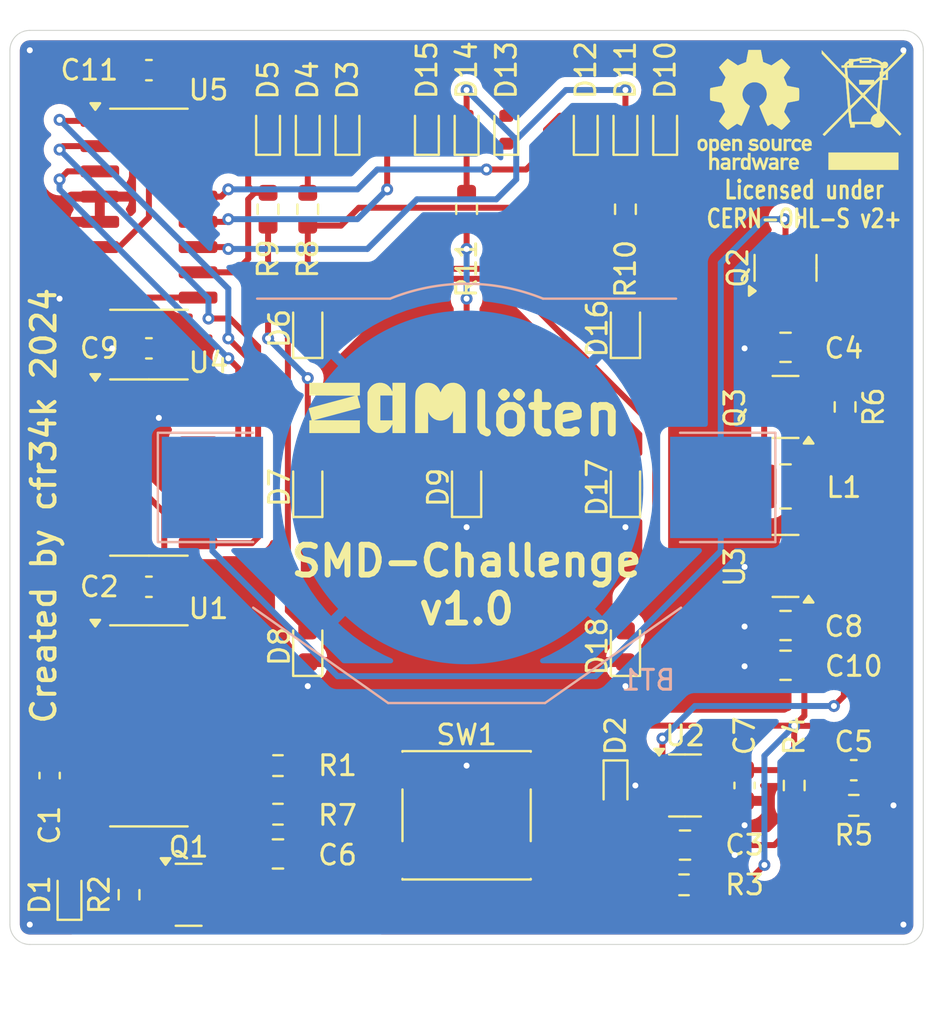
<source format=kicad_pcb>
(kicad_pcb
	(version 20240108)
	(generator "pcbnew")
	(generator_version "8.0")
	(general
		(thickness 1.6)
		(legacy_teardrops no)
	)
	(paper "A4")
	(layers
		(0 "F.Cu" signal)
		(31 "B.Cu" signal)
		(32 "B.Adhes" user "B.Adhesive")
		(33 "F.Adhes" user "F.Adhesive")
		(34 "B.Paste" user)
		(35 "F.Paste" user)
		(36 "B.SilkS" user "B.Silkscreen")
		(37 "F.SilkS" user "F.Silkscreen")
		(38 "B.Mask" user)
		(39 "F.Mask" user)
		(40 "Dwgs.User" user "User.Drawings")
		(41 "Cmts.User" user "User.Comments")
		(42 "Eco1.User" user "User.Eco1")
		(43 "Eco2.User" user "User.Eco2")
		(44 "Edge.Cuts" user)
		(45 "Margin" user)
		(46 "B.CrtYd" user "B.Courtyard")
		(47 "F.CrtYd" user "F.Courtyard")
		(48 "B.Fab" user)
		(49 "F.Fab" user)
		(50 "User.1" user)
		(51 "User.2" user)
		(52 "User.3" user)
		(53 "User.4" user)
		(54 "User.5" user)
		(55 "User.6" user)
		(56 "User.7" user)
		(57 "User.8" user)
		(58 "User.9" user)
	)
	(setup
		(pad_to_mask_clearance 0)
		(allow_soldermask_bridges_in_footprints no)
		(pcbplotparams
			(layerselection 0x00010fc_ffffffff)
			(plot_on_all_layers_selection 0x0000000_00000000)
			(disableapertmacros no)
			(usegerberextensions no)
			(usegerberattributes yes)
			(usegerberadvancedattributes yes)
			(creategerberjobfile yes)
			(dashed_line_dash_ratio 12.000000)
			(dashed_line_gap_ratio 3.000000)
			(svgprecision 4)
			(plotframeref no)
			(viasonmask no)
			(mode 1)
			(useauxorigin no)
			(hpglpennumber 1)
			(hpglpenspeed 20)
			(hpglpendiameter 15.000000)
			(pdf_front_fp_property_popups yes)
			(pdf_back_fp_property_popups yes)
			(dxfpolygonmode yes)
			(dxfimperialunits yes)
			(dxfusepcbnewfont yes)
			(psnegative no)
			(psa4output no)
			(plotreference yes)
			(plotvalue yes)
			(plotfptext yes)
			(plotinvisibletext no)
			(sketchpadsonfab no)
			(subtractmaskfromsilk no)
			(outputformat 1)
			(mirror no)
			(drillshape 1)
			(scaleselection 1)
			(outputdirectory "")
		)
	)
	(net 0 "")
	(net 1 "+BATT")
	(net 2 "GND")
	(net 3 "Net-(U1-C2)")
	(net 4 "Net-(U1-C1)")
	(net 5 "VCC")
	(net 6 "Net-(D2-A)")
	(net 7 "Net-(Q2-S)")
	(net 8 "Net-(U2--)")
	(net 9 "/VCO_IN")
	(net 10 "Net-(D1-A)")
	(net 11 "/PWR_EN")
	(net 12 "Net-(D3-K)")
	(net 13 "/C4")
	(net 14 "/C5")
	(net 15 "/C6")
	(net 16 "Net-(D18-A)")
	(net 17 "/LED_A")
	(net 18 "Net-(D17-A)")
	(net 19 "/LED_C")
	(net 20 "Net-(D16-K)")
	(net 21 "/LED_D")
	(net 22 "Net-(D10-K)")
	(net 23 "/C3")
	(net 24 "/C2")
	(net 25 "Net-(D13-K)")
	(net 26 "/C1")
	(net 27 "/LED_B")
	(net 28 "Net-(U3-SW)")
	(net 29 "Net-(Q3-D)")
	(net 30 "Net-(U1-R1)")
	(net 31 "unconnected-(U1-ZOUT-Pad15)")
	(net 32 "unconnected-(U1-PC2-Pad13)")
	(net 33 "unconnected-(U1-PCP-Pad1)")
	(net 34 "unconnected-(U1-R2-Pad12)")
	(net 35 "unconnected-(U1-PC1-Pad2)")
	(net 36 "/CLOCK")
	(net 37 "unconnected-(U1-SFout-Pad10)")
	(net 38 "/CR")
	(net 39 "unconnected-(U4-Q0-Pad12)")
	(net 40 "Net-(U4-Q2)")
	(net 41 "Net-(U4-Q3)")
	(net 42 "Net-(U4-Q1)")
	(net 43 "unconnected-(U5-Y7-Pad7)")
	(footprint "Resistor_SMD:R_0603_1608Metric" (layer "F.Cu") (at 87.5 94))
	(footprint "Diode_SMD:D_SOD-523" (layer "F.Cu") (at 58 60 90))
	(footprint "Diode_SMD:D_SOD-523" (layer "F.Cu") (at 76 60 90))
	(footprint "Package_TO_SOT_SMD:SOT-23" (layer "F.Cu") (at 84.0625 73.95 180))
	(footprint "Resistor_SMD:R_0603_1608Metric" (layer "F.Cu") (at 76 64 -90))
	(footprint "Package_TO_SOT_SMD:SOT-23-5" (layer "F.Cu") (at 79 93))
	(footprint "Resistor_SMD:R_0603_1608Metric" (layer "F.Cu") (at 58 64 -90))
	(footprint "LED_SMD:LED_0603_1608Metric" (layer "F.Cu") (at 68 78 90))
	(footprint "Capacitor_SMD:C_0805_2012Metric" (layer "F.Cu") (at 79 96))
	(footprint "Diode_SMD:D_SOD-523" (layer "F.Cu") (at 74 60 90))
	(footprint "Package_SO:SOIC-16_3.9x9.9mm_P1.27mm" (layer "F.Cu") (at 52 64))
	(footprint "Package_TO_SOT_SMD:SOT-23" (layer "F.Cu") (at 84.0625 81.95 180))
	(footprint "LED_SMD:LED_0603_1608Metric" (layer "F.Cu") (at 60 78 90))
	(footprint "Resistor_SMD:R_0603_1608Metric" (layer "F.Cu") (at 51 98.5 90))
	(footprint "Package_SO:SOIC-16_3.9x9.9mm_P1.27mm" (layer "F.Cu") (at 52 90))
	(footprint "Package_TO_SOT_SMD:SOT-23" (layer "F.Cu") (at 84.0625 66.95 90))
	(footprint "Capacitor_SMD:C_0603_1608Metric" (layer "F.Cu") (at 52 57 180))
	(footprint "Diode_SMD:D_SOD-523" (layer "F.Cu") (at 75.5 93 -90))
	(footprint "Resistor_SMD:R_0603_1608Metric" (layer "F.Cu") (at 58.5 92 180))
	(footprint "Diode_SMD:D_SOD-523" (layer "F.Cu") (at 70 60 90))
	(footprint "LED_SMD:LED_0603_1608Metric" (layer "F.Cu") (at 60 86 90))
	(footprint "LED_SMD:LED_0603_1608Metric" (layer "F.Cu") (at 60 70 90))
	(footprint "Package_TO_SOT_SMD:SOT-23" (layer "F.Cu") (at 54 98.5))
	(footprint "Symbol:WEEE-Logo_4.2x6mm_SilkScreen" (layer "F.Cu") (at 88 59))
	(footprint "Symbol:OSHW-Logo_5.7x6mm_SilkScreen" (layer "F.Cu") (at 82.5 59))
	(footprint "Capacitor_SMD:C_0603_1608Metric" (layer "F.Cu") (at 87.5 92.23))
	(footprint "Capacitor_SMD:C_0603_1608Metric" (layer "F.Cu") (at 82 93 -90))
	(footprint "Capacitor_SMD:C_0603_1608Metric" (layer "F.Cu") (at 52 83 180))
	(footprint "LED_SMD:LED_0603_1608Metric" (layer "F.Cu") (at 76 86 90))
	(footprint "LED_SMD:LED_0603_1608Metric"
		(layer "F.Cu")
		(uuid "8cdce107-9c84-42ab-a391-b83dfd945cab")
		(at 76 70 90)
		(descr "LED SMD 0603 (1608 Metric), square (rectangular) end terminal, IPC_7351 nominal, (Body size source: http://www.tortai-tech.com/upload/download/2011102023233369053.pdf), generated with kicad-footprint-generator")
		(tags "LED")
		(property "Reference" "D16"
			(at 0 -1.43 90)
			(layer "F.SilkS")
			(uuid "558e026c-3a0a-47d4-84ae-c6ed13995727")
			(effects
				(font
					(size 1 1)
					(thickness 0.15)
				)
			)
		)
		(property "Value" "LED"
			(at 0 1.43 90)
			(layer "F.Fab")
			(uuid "336df7a5-9467-40db-9dcc-7fbf4fbd6ff0")
			(effects
				(font
					(size 1 1)
					(thickness 0.15)
				)
			)
		)
		(property "Footprint" "LED_SMD:LED_0603_1608Metric"
			(at 0 0 90)
			(unlocked yes)
			(layer "F.Fab")
			(hide yes)
			(uuid "ee322c7e-cfab-4b45-84c6-a0cf0fb23f6d")
			(effects
				(font
					(size 1.27 1.27)
					(thickness 0.15)
				)
			)
		)
		(property "Datasheet" ""
			(at 0 0 90)
			(unlocked yes)
			(layer "F.Fab")
			(hide yes)
			(uuid "00ddd063-2282-4305-ab70-3ae4c8ee465d")
			(effects
				(font
					(size 1.27 1.27)
					(thickness 0.15)
				)
			)
		)
		(property "Description" "Light emitting diode"
			(at 0 0 90)
			(unlocked yes)
			(layer "F.Fab")
			(hide yes)
			(uuid "1e1bae35-8f86-4c49-9ee2-ad777efa9bad")
			(effects
				(font
					(size 1.27 1.27)
					(thickness 0.15)
				)
			)
		)
		(property "Teilenummer" "150060VS55040"
			(at 0 0 90)
			(unlocked yes)
			(layer "F.Fab")
			(hide yes)
			(uuid "cb7b28e2-0184-4e65-b715-45dcf4f445e2")
			(effects
				(font
					(size 1 1)
					(thickness 0.15)
				)
			)
		)
		(property ki_fp_filters "LED* LED_SMD:* LED_THT:*")
		(path "/ffd80a2a-fbdb-402f-b715-17ea768d065d")
		(sheetname "Stammblatt")
		(sheetfile "ZAMloeten_SMD_Challenge_v1.kicad_sch")
		(attr smd)
		(fp_line
			(start 0.8 -0.735)
			(end -1.485 -0.735)
			(stroke
				(width 0.12)
				(type solid)
			)
			(layer "F.SilkS")
			(uuid "ed953400-801a-40f4-b064-08890dc22813")
		)
		(fp_line
			(start -1.485 -0.735)
			(end -1.485 0.735)
			(stroke
				(width 0.12)
				(type solid)
			)
			(layer "F.SilkS")
			(uuid "a62c6952-90f3-4a14-984a-8e35f73a9dd6")
		)
		(fp_line
			(start -1.485 0.735)
			(end 0.8 0.735)
			(stroke
				(width 0.12)
				(type solid)
			)
			(layer "F.SilkS")
			(uuid "31972cca-2851-4ae9-8735-3a27ae312214")
		)
		(fp_line
			(start 1.48 -0.73)
			(end 1.48 0.73)
			(stroke
				(width 0.05)
				(type solid)
			)
			(layer "F.CrtYd")
			(uuid "24559ca4-83de-46ec-b97b-84f5f04d6aee")
		)
		(fp_line
			(start -1.48 -0.73)
			(end 1.48 -0.73)
			(stroke
				(width 0.05)
				(type solid)
			)
			(layer "F.CrtYd")
			(uuid "b194bcf0-fbb6-40d0-bd1f-34d32d238b06")
		)
		(fp_line
			(start 1.48 0.73)
			(end -1.48 0.73)
			(stroke
				(width 0.05)
				(type solid)
			)
			(layer "F.CrtYd")
			(uuid "c132dace-6059-4bbb-90bf-e07dbd9e8b76")
		)
		(fp_line
			(start -1.48 0.73)
			(end -1.48 -0.73)
			(stroke
				(width 0.05)
				(type solid)
			)
			(layer "F.CrtYd")
			(uuid "ac1f4616-bf5f-4b14-a37e-33ddd517b249")
		)
		(fp_line
			(start 0.8 -0.4)
			(end -0.5 -0.4)
			(stroke
				(width 0.1)
				(type solid)
			)
			(layer "F.Fab")
			(uuid "6e6324bb-2c6e-446f-8f04-22258742967f")
		)
		(fp_line
			(start -0.5 -0.4)
			(end -0.8 -0.1)
			(stroke
				(width 0.1)
				(type solid)
			)
			(layer "F.Fab")
			(uuid "85270b86-2536-4df5-910e-498fa83cc7ce")
		)
		(fp_line
			(start -0.8 -0.1)
			(end -0.8 0.4)
			(stroke
				(width 0.1)
				(type solid)
			)
			(layer "F.Fab
... [316293 chars truncated]
</source>
